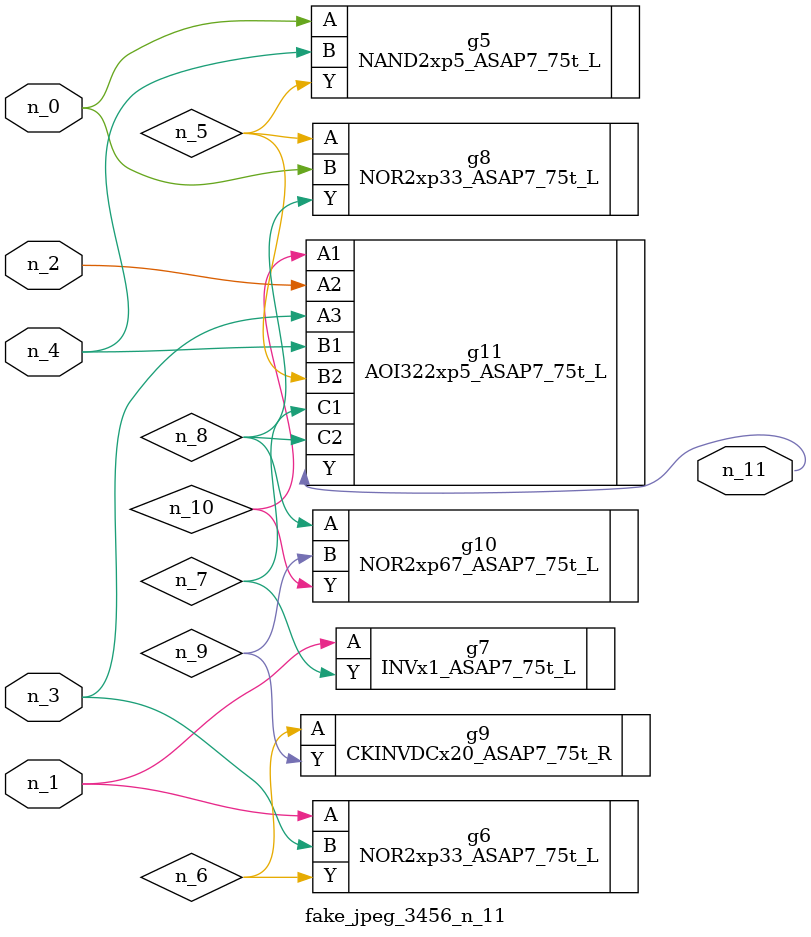
<source format=v>
module fake_jpeg_3456_n_11 (n_3, n_2, n_1, n_0, n_4, n_11);

input n_3;
input n_2;
input n_1;
input n_0;
input n_4;

output n_11;

wire n_10;
wire n_8;
wire n_9;
wire n_6;
wire n_5;
wire n_7;

NAND2xp5_ASAP7_75t_L g5 ( 
.A(n_0),
.B(n_4),
.Y(n_5)
);

NOR2xp33_ASAP7_75t_L g6 ( 
.A(n_1),
.B(n_3),
.Y(n_6)
);

INVx1_ASAP7_75t_L g7 ( 
.A(n_1),
.Y(n_7)
);

NOR2xp33_ASAP7_75t_L g8 ( 
.A(n_5),
.B(n_0),
.Y(n_8)
);

NOR2xp67_ASAP7_75t_L g10 ( 
.A(n_8),
.B(n_9),
.Y(n_10)
);

CKINVDCx20_ASAP7_75t_R g9 ( 
.A(n_6),
.Y(n_9)
);

AOI322xp5_ASAP7_75t_L g11 ( 
.A1(n_10),
.A2(n_2),
.A3(n_3),
.B1(n_4),
.B2(n_5),
.C1(n_7),
.C2(n_8),
.Y(n_11)
);


endmodule
</source>
